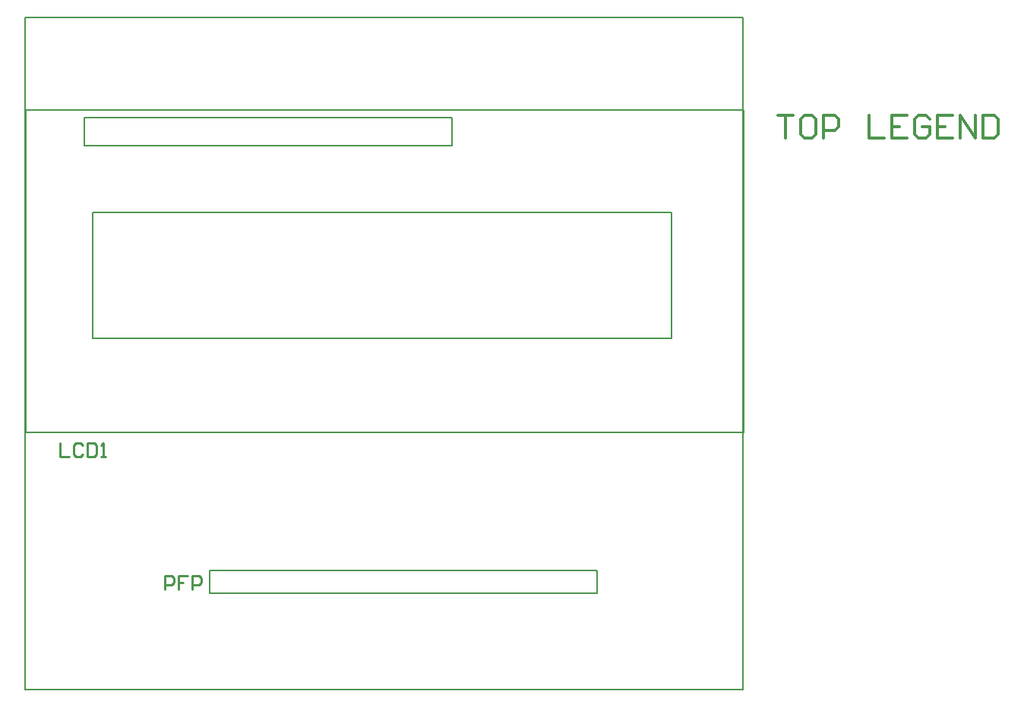
<source format=gto>
%FSLAX25Y25*%
%MOIN*%
G70*
G01*
G75*
G04 Layer_Color=65535*
%ADD10C,0.02200*%
%ADD11C,0.01800*%
%ADD12C,0.03000*%
%ADD13C,0.00800*%
%ADD14C,0.01575*%
%ADD15C,0.01400*%
%ADD16R,0.07500X0.09000*%
%ADD17O,0.07500X0.09000*%
%ADD18C,0.19685*%
%ADD19C,0.07500*%
%ADD20O,0.09000X0.07500*%
%ADD21R,0.09000X0.07500*%
%ADD22C,0.09000*%
%ADD23C,0.09843*%
%ADD24R,0.06693X0.06693*%
%ADD25R,0.06693X0.06693*%
%ADD26C,0.01600*%
%ADD27C,0.00787*%
%ADD28C,0.01000*%
D13*
X393701Y393701D02*
X708661D01*
Y688976D01*
X393701D02*
X708661D01*
X393701Y393701D02*
Y688976D01*
X419500Y645000D02*
X581000D01*
Y632500D02*
Y645000D01*
X560000Y632500D02*
X581000D01*
X419500D02*
X560000D01*
X419500D02*
Y645000D01*
D15*
X724000Y645797D02*
X730664D01*
X727332D01*
Y635800D01*
X738995Y645797D02*
X735663D01*
X733997Y644131D01*
Y637466D01*
X735663Y635800D01*
X738995D01*
X740661Y637466D01*
Y644131D01*
X738995Y645797D01*
X743994Y635800D02*
Y645797D01*
X748992D01*
X750658Y644131D01*
Y640798D01*
X748992Y639132D01*
X743994D01*
X763987Y645797D02*
Y635800D01*
X770652D01*
X780648Y645797D02*
X773984D01*
Y635800D01*
X780648D01*
X773984Y640798D02*
X777316D01*
X790645Y644131D02*
X788979Y645797D01*
X785647D01*
X783981Y644131D01*
Y637466D01*
X785647Y635800D01*
X788979D01*
X790645Y637466D01*
Y640798D01*
X787313D01*
X800642Y645797D02*
X793977D01*
Y635800D01*
X800642D01*
X793977Y640798D02*
X797310D01*
X803974Y635800D02*
Y645797D01*
X810639Y635800D01*
Y645797D01*
X813971D02*
Y635800D01*
X818969D01*
X820635Y637466D01*
Y644131D01*
X818969Y645797D01*
X813971D01*
D27*
X474685Y435945D02*
X637185D01*
X644685D01*
Y445945D01*
X474685D02*
X644685D01*
X474685Y435945D02*
Y445945D01*
X393882Y506657D02*
X708843D01*
Y648390D01*
X393882D02*
X708843D01*
X393882Y506657D02*
Y648390D01*
X423409Y547996D02*
X677346D01*
Y603114D01*
X423409D02*
X677346D01*
X423409Y547996D02*
Y603114D01*
D28*
X409000Y501998D02*
Y496000D01*
X412999D01*
X418997Y500998D02*
X417997Y501998D01*
X415998D01*
X414998Y500998D01*
Y497000D01*
X415998Y496000D01*
X417997D01*
X418997Y497000D01*
X420996Y501998D02*
Y496000D01*
X423995D01*
X424995Y497000D01*
Y500998D01*
X423995Y501998D01*
X420996D01*
X426994Y496000D02*
X428994D01*
X427994D01*
Y501998D01*
X426994Y500998D01*
X455000Y437500D02*
Y443498D01*
X457999D01*
X458999Y442498D01*
Y440499D01*
X457999Y439499D01*
X455000D01*
X464997Y443498D02*
X460998D01*
Y440499D01*
X462997D01*
X460998D01*
Y437500D01*
X466996D02*
Y443498D01*
X469995D01*
X470995Y442498D01*
Y440499D01*
X469995Y439499D01*
X466996D01*
M02*

</source>
